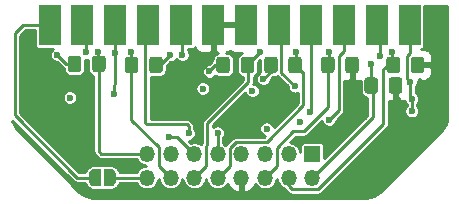
<source format=gbr>
%TF.GenerationSoftware,KiCad,Pcbnew,(5.1.6)-1*%
%TF.CreationDate,2021-02-17T18:40:25-08:00*%
%TF.ProjectId,kg-cable-asl,6b672d63-6162-46c6-952d-61736c2e6b69,rev?*%
%TF.SameCoordinates,Original*%
%TF.FileFunction,Copper,L4,Bot*%
%TF.FilePolarity,Positive*%
%FSLAX46Y46*%
G04 Gerber Fmt 4.6, Leading zero omitted, Abs format (unit mm)*
G04 Created by KiCad (PCBNEW (5.1.6)-1) date 2021-02-17 18:40:25*
%MOMM*%
%LPD*%
G01*
G04 APERTURE LIST*
%TA.AperFunction,ComponentPad*%
%ADD10O,1.350000X1.350000*%
%TD*%
%TA.AperFunction,ComponentPad*%
%ADD11R,1.350000X1.350000*%
%TD*%
%TA.AperFunction,SMDPad,CuDef*%
%ADD12C,0.100000*%
%TD*%
%TA.AperFunction,SMDPad,CuDef*%
%ADD13R,1.846667X3.480000*%
%TD*%
%TA.AperFunction,ViaPad*%
%ADD14C,0.600000*%
%TD*%
%TA.AperFunction,Conductor*%
%ADD15C,0.250000*%
%TD*%
%TA.AperFunction,Conductor*%
%ADD16C,0.254000*%
%TD*%
G04 APERTURE END LIST*
%TO.P,R7,2*%
%TO.N,/GPIO5*%
%TA.AperFunction,SMDPad,CuDef*%
G36*
G01*
X152737900Y-105950001D02*
X152737900Y-105049999D01*
G75*
G02*
X152987899Y-104800000I249999J0D01*
G01*
X153637901Y-104800000D01*
G75*
G02*
X153887900Y-105049999I0J-249999D01*
G01*
X153887900Y-105950001D01*
G75*
G02*
X153637901Y-106200000I-249999J0D01*
G01*
X152987899Y-106200000D01*
G75*
G02*
X152737900Y-105950001I0J249999D01*
G01*
G37*
%TD.AperFunction*%
%TO.P,R7,1*%
%TO.N,+5V*%
%TA.AperFunction,SMDPad,CuDef*%
G36*
G01*
X150687900Y-105950001D02*
X150687900Y-105049999D01*
G75*
G02*
X150937899Y-104800000I249999J0D01*
G01*
X151587901Y-104800000D01*
G75*
G02*
X151837900Y-105049999I0J-249999D01*
G01*
X151837900Y-105950001D01*
G75*
G02*
X151587901Y-106200000I-249999J0D01*
G01*
X150937899Y-106200000D01*
G75*
G02*
X150687900Y-105950001I0J249999D01*
G01*
G37*
%TD.AperFunction*%
%TD*%
%TO.P,R6,2*%
%TO.N,GND*%
%TA.AperFunction,SMDPad,CuDef*%
G36*
G01*
X157557900Y-105950001D02*
X157557900Y-105049999D01*
G75*
G02*
X157807899Y-104800000I249999J0D01*
G01*
X158457901Y-104800000D01*
G75*
G02*
X158707900Y-105049999I0J-249999D01*
G01*
X158707900Y-105950001D01*
G75*
G02*
X158457901Y-106200000I-249999J0D01*
G01*
X157807899Y-106200000D01*
G75*
G02*
X157557900Y-105950001I0J249999D01*
G01*
G37*
%TD.AperFunction*%
%TO.P,R6,1*%
%TO.N,/GPIO4*%
%TA.AperFunction,SMDPad,CuDef*%
G36*
G01*
X155507900Y-105950001D02*
X155507900Y-105049999D01*
G75*
G02*
X155757899Y-104800000I249999J0D01*
G01*
X156407901Y-104800000D01*
G75*
G02*
X156657900Y-105049999I0J-249999D01*
G01*
X156657900Y-105950001D01*
G75*
G02*
X156407901Y-106200000I-249999J0D01*
G01*
X155757899Y-106200000D01*
G75*
G02*
X155507900Y-105950001I0J249999D01*
G01*
G37*
%TD.AperFunction*%
%TD*%
%TO.P,R5,2*%
%TO.N,/GPIO6*%
%TA.AperFunction,SMDPad,CuDef*%
G36*
G01*
X148700000Y-105950001D02*
X148700000Y-105049999D01*
G75*
G02*
X148949999Y-104800000I249999J0D01*
G01*
X149600001Y-104800000D01*
G75*
G02*
X149850000Y-105049999I0J-249999D01*
G01*
X149850000Y-105950001D01*
G75*
G02*
X149600001Y-106200000I-249999J0D01*
G01*
X148949999Y-106200000D01*
G75*
G02*
X148700000Y-105950001I0J249999D01*
G01*
G37*
%TD.AperFunction*%
%TO.P,R5,1*%
%TO.N,+5V*%
%TA.AperFunction,SMDPad,CuDef*%
G36*
G01*
X146650000Y-105950001D02*
X146650000Y-105049999D01*
G75*
G02*
X146899999Y-104800000I249999J0D01*
G01*
X147550001Y-104800000D01*
G75*
G02*
X147800000Y-105049999I0J-249999D01*
G01*
X147800000Y-105950001D01*
G75*
G02*
X147550001Y-106200000I-249999J0D01*
G01*
X146899999Y-106200000D01*
G75*
G02*
X146650000Y-105950001I0J249999D01*
G01*
G37*
%TD.AperFunction*%
%TD*%
%TO.P,R4,2*%
%TO.N,GND*%
%TA.AperFunction,SMDPad,CuDef*%
G36*
G01*
X161241000Y-107700001D02*
X161241000Y-106799999D01*
G75*
G02*
X161490999Y-106550000I249999J0D01*
G01*
X162141001Y-106550000D01*
G75*
G02*
X162391000Y-106799999I0J-249999D01*
G01*
X162391000Y-107700001D01*
G75*
G02*
X162141001Y-107950000I-249999J0D01*
G01*
X161490999Y-107950000D01*
G75*
G02*
X161241000Y-107700001I0J249999D01*
G01*
G37*
%TD.AperFunction*%
%TO.P,R4,1*%
%TO.N,/GPIO2*%
%TA.AperFunction,SMDPad,CuDef*%
G36*
G01*
X159191000Y-107700001D02*
X159191000Y-106799999D01*
G75*
G02*
X159440999Y-106550000I249999J0D01*
G01*
X160091001Y-106550000D01*
G75*
G02*
X160341000Y-106799999I0J-249999D01*
G01*
X160341000Y-107700001D01*
G75*
G02*
X160091001Y-107950000I-249999J0D01*
G01*
X159440999Y-107950000D01*
G75*
G02*
X159191000Y-107700001I0J249999D01*
G01*
G37*
%TD.AperFunction*%
%TD*%
%TO.P,R3,2*%
%TO.N,/GPIO7*%
%TA.AperFunction,SMDPad,CuDef*%
G36*
G01*
X140050000Y-105049999D02*
X140050000Y-105950001D01*
G75*
G02*
X139800001Y-106200000I-249999J0D01*
G01*
X139149999Y-106200000D01*
G75*
G02*
X138900000Y-105950001I0J249999D01*
G01*
X138900000Y-105049999D01*
G75*
G02*
X139149999Y-104800000I249999J0D01*
G01*
X139800001Y-104800000D01*
G75*
G02*
X140050000Y-105049999I0J-249999D01*
G01*
G37*
%TD.AperFunction*%
%TO.P,R3,1*%
%TO.N,+5V*%
%TA.AperFunction,SMDPad,CuDef*%
G36*
G01*
X142100000Y-105049999D02*
X142100000Y-105950001D01*
G75*
G02*
X141850001Y-106200000I-249999J0D01*
G01*
X141199999Y-106200000D01*
G75*
G02*
X140950000Y-105950001I0J249999D01*
G01*
X140950000Y-105049999D01*
G75*
G02*
X141199999Y-104800000I249999J0D01*
G01*
X141850001Y-104800000D01*
G75*
G02*
X142100000Y-105049999I0J-249999D01*
G01*
G37*
%TD.AperFunction*%
%TD*%
%TO.P,R2,2*%
%TO.N,GND*%
%TA.AperFunction,SMDPad,CuDef*%
G36*
G01*
X163097900Y-105950001D02*
X163097900Y-105049999D01*
G75*
G02*
X163347899Y-104800000I249999J0D01*
G01*
X163997901Y-104800000D01*
G75*
G02*
X164247900Y-105049999I0J-249999D01*
G01*
X164247900Y-105950001D01*
G75*
G02*
X163997901Y-106200000I-249999J0D01*
G01*
X163347899Y-106200000D01*
G75*
G02*
X163097900Y-105950001I0J249999D01*
G01*
G37*
%TD.AperFunction*%
%TO.P,R2,1*%
%TO.N,/GPIO1*%
%TA.AperFunction,SMDPad,CuDef*%
G36*
G01*
X161047900Y-105950001D02*
X161047900Y-105049999D01*
G75*
G02*
X161297899Y-104800000I249999J0D01*
G01*
X161947901Y-104800000D01*
G75*
G02*
X162197900Y-105049999I0J-249999D01*
G01*
X162197900Y-105950001D01*
G75*
G02*
X161947901Y-106200000I-249999J0D01*
G01*
X161297899Y-106200000D01*
G75*
G02*
X161047900Y-105950001I0J249999D01*
G01*
G37*
%TD.AperFunction*%
%TD*%
%TO.P,R1,2*%
%TO.N,/GPIO8*%
%TA.AperFunction,SMDPad,CuDef*%
G36*
G01*
X136117900Y-105860001D02*
X136117900Y-104959999D01*
G75*
G02*
X136367899Y-104710000I249999J0D01*
G01*
X137017901Y-104710000D01*
G75*
G02*
X137267900Y-104959999I0J-249999D01*
G01*
X137267900Y-105860001D01*
G75*
G02*
X137017901Y-106110000I-249999J0D01*
G01*
X136367899Y-106110000D01*
G75*
G02*
X136117900Y-105860001I0J249999D01*
G01*
G37*
%TD.AperFunction*%
%TO.P,R1,1*%
%TO.N,+5V*%
%TA.AperFunction,SMDPad,CuDef*%
G36*
G01*
X134067900Y-105860001D02*
X134067900Y-104959999D01*
G75*
G02*
X134317899Y-104710000I249999J0D01*
G01*
X134967901Y-104710000D01*
G75*
G02*
X135217900Y-104959999I0J-249999D01*
G01*
X135217900Y-105860001D01*
G75*
G02*
X134967901Y-106110000I-249999J0D01*
G01*
X134317899Y-106110000D01*
G75*
G02*
X134067900Y-105860001I0J249999D01*
G01*
G37*
%TD.AperFunction*%
%TD*%
D10*
%TO.P,J1,16*%
%TO.N,+12V*%
X140772900Y-115030000D03*
%TO.P,J1,15*%
%TO.N,/GPIO8*%
X140772900Y-113030000D03*
%TO.P,J1,14*%
%TO.N,/GPIO7*%
X142772900Y-115030000D03*
%TO.P,J1,13*%
%TO.N,/MIC*%
X142772900Y-113030000D03*
%TO.P,J1,12*%
%TO.N,/GPIO6*%
X144772900Y-115030000D03*
%TO.P,J1,11*%
%TO.N,/AUDIO_OUT*%
X144772900Y-113030000D03*
%TO.P,J1,10*%
%TO.N,/GPIO5*%
X146772900Y-115030000D03*
%TO.P,J1,9*%
%TO.N,/COR_DET*%
X146772900Y-113030000D03*
%TO.P,J1,8*%
%TO.N,GND*%
X148772900Y-115030000D03*
%TO.P,J1,7*%
%TO.N,/LEFT_OUT*%
X148772900Y-113030000D03*
%TO.P,J1,6*%
%TO.N,/GPIO4*%
X150772900Y-115030000D03*
%TO.P,J1,5*%
%TO.N,/CTCSS_DET*%
X150772900Y-113030000D03*
%TO.P,J1,4*%
%TO.N,/GPIO1*%
X152772900Y-115030000D03*
%TO.P,J1,3*%
%TO.N,+5V*%
X152772900Y-113030000D03*
%TO.P,J1,2*%
%TO.N,/GPIO2*%
X154772900Y-115030000D03*
D11*
%TO.P,J1,1*%
%TO.N,/PTT*%
X154772900Y-113030000D03*
%TD*%
%TA.AperFunction,SMDPad,CuDef*%
D12*
%TO.P,JP7,2*%
%TO.N,/VDD_6DB*%
G36*
X136350000Y-115779398D02*
G01*
X136325466Y-115779398D01*
X136276635Y-115774588D01*
X136228510Y-115765016D01*
X136181555Y-115750772D01*
X136136222Y-115731995D01*
X136092949Y-115708864D01*
X136052150Y-115681604D01*
X136014221Y-115650476D01*
X135979524Y-115615779D01*
X135948396Y-115577850D01*
X135921136Y-115537051D01*
X135898005Y-115493778D01*
X135879228Y-115448445D01*
X135864984Y-115401490D01*
X135855412Y-115353365D01*
X135850602Y-115304534D01*
X135850602Y-115280000D01*
X135850000Y-115280000D01*
X135850000Y-114780000D01*
X135850602Y-114780000D01*
X135850602Y-114755466D01*
X135855412Y-114706635D01*
X135864984Y-114658510D01*
X135879228Y-114611555D01*
X135898005Y-114566222D01*
X135921136Y-114522949D01*
X135948396Y-114482150D01*
X135979524Y-114444221D01*
X136014221Y-114409524D01*
X136052150Y-114378396D01*
X136092949Y-114351136D01*
X136136222Y-114328005D01*
X136181555Y-114309228D01*
X136228510Y-114294984D01*
X136276635Y-114285412D01*
X136325466Y-114280602D01*
X136350000Y-114280602D01*
X136350000Y-114280000D01*
X136850000Y-114280000D01*
X136850000Y-115780000D01*
X136350000Y-115780000D01*
X136350000Y-115779398D01*
G37*
%TD.AperFunction*%
%TA.AperFunction,SMDPad,CuDef*%
%TO.P,JP7,1*%
%TO.N,+12V*%
G36*
X137150000Y-114280000D02*
G01*
X137650000Y-114280000D01*
X137650000Y-114280602D01*
X137674534Y-114280602D01*
X137723365Y-114285412D01*
X137771490Y-114294984D01*
X137818445Y-114309228D01*
X137863778Y-114328005D01*
X137907051Y-114351136D01*
X137947850Y-114378396D01*
X137985779Y-114409524D01*
X138020476Y-114444221D01*
X138051604Y-114482150D01*
X138078864Y-114522949D01*
X138101995Y-114566222D01*
X138120772Y-114611555D01*
X138135016Y-114658510D01*
X138144588Y-114706635D01*
X138149398Y-114755466D01*
X138149398Y-114780000D01*
X138150000Y-114780000D01*
X138150000Y-115280000D01*
X138149398Y-115280000D01*
X138149398Y-115304534D01*
X138144588Y-115353365D01*
X138135016Y-115401490D01*
X138120772Y-115448445D01*
X138101995Y-115493778D01*
X138078864Y-115537051D01*
X138051604Y-115577850D01*
X138020476Y-115615779D01*
X137985779Y-115650476D01*
X137947850Y-115681604D01*
X137907051Y-115708864D01*
X137863778Y-115731995D01*
X137818445Y-115750772D01*
X137771490Y-115765016D01*
X137723365Y-115774588D01*
X137674534Y-115779398D01*
X137650000Y-115779398D01*
X137650000Y-115780000D01*
X137150000Y-115780000D01*
X137150000Y-114280000D01*
G37*
%TD.AperFunction*%
%TD*%
D13*
%TO.P,J2,25*%
%TO.N,/VDD_6DB*%
X132537900Y-102108000D03*
%TO.P,J2,24*%
%TO.N,/AIN_6DB*%
X135307900Y-102108000D03*
%TO.P,J2,23*%
%TO.N,/RIGHT_OUT*%
X138077900Y-102108000D03*
%TO.P,J2,22*%
%TO.N,/LEFT_OUT*%
X140847900Y-102108000D03*
%TO.P,J2,21*%
%TO.N,/MIC_AC*%
X143617900Y-102108000D03*
%TO.P,J2,20*%
%TO.N,GND*%
X146387900Y-102108000D03*
%TO.P,J2,19*%
X149157900Y-102108000D03*
%TO.P,J2,18*%
%TO.N,/EEP_DO*%
X151927900Y-102108000D03*
%TO.P,J2,17*%
%TO.N,/EEP_DI*%
X154697900Y-102108000D03*
%TO.P,J2,16*%
%TO.N,/EEP_CK*%
X157467900Y-102108000D03*
%TO.P,J2,15*%
%TO.N,/EEP_CS*%
X160237900Y-102108000D03*
%TO.P,J2,14*%
%TO.N,+5V*%
X163007900Y-102108000D03*
%TD*%
D14*
%TO.N,GND*%
X130302000Y-105156000D03*
X130302000Y-106172000D03*
X131318000Y-106172000D03*
X131318000Y-105156000D03*
X148500000Y-106700000D03*
%TO.N,+5V*%
X153718961Y-110368794D03*
%TO.N,GND*%
X162000000Y-108500000D03*
X136000000Y-110250000D03*
X158200000Y-106900000D03*
X150900000Y-108400000D03*
X152100000Y-107600000D03*
%TO.N,+5V*%
X163068000Y-106934000D03*
X150622000Y-106680000D03*
X142752667Y-104652538D03*
X133197900Y-104648000D03*
X146050000Y-106045000D03*
X149700000Y-107700000D03*
X145500000Y-107500000D03*
X163200000Y-108400000D03*
X163200000Y-109400000D03*
X150900000Y-110900000D03*
%TO.N,/AIN_6DB*%
X135643264Y-104434558D03*
%TO.N,/RIGHT_OUT*%
X138100000Y-104500000D03*
X134250000Y-108262000D03*
X138000000Y-107999998D03*
%TO.N,/LEFT_OUT*%
X144300000Y-111300000D03*
%TO.N,/MIC_AC*%
X143764000Y-104648000D03*
%TO.N,/EEP_DO*%
X153300000Y-107300000D03*
%TO.N,/EEP_DI*%
X154564810Y-109509871D03*
%TO.N,/EEP_CK*%
X156201091Y-110124228D03*
%TO.N,/EEP_CS*%
X160500000Y-104700000D03*
%TO.N,/GPIO8*%
X136652000Y-104394000D03*
%TO.N,/GPIO7*%
X139446000Y-104394000D03*
%TO.N,/COR_DET*%
X146750000Y-111250000D03*
%TO.N,/GPIO6*%
X150368000Y-104394000D03*
%TO.N,/GPIO5*%
X153416000Y-104394000D03*
%TO.N,/GPIO4*%
X156210000Y-104394000D03*
%TO.N,/GPIO2*%
X159766000Y-105410000D03*
%TO.N,/GPIO1*%
X161544000Y-104394000D03*
%TO.N,/AUDIO_OUT*%
X142600000Y-111600000D03*
%TD*%
D15*
%TO.N,GND*%
X130302000Y-105156000D02*
X130302000Y-106172000D01*
X131318000Y-106172000D02*
X131318000Y-105156000D01*
X146387900Y-102108000D02*
X149157900Y-102108000D01*
X148460990Y-102804910D02*
X149157900Y-102108000D01*
X148460990Y-106267309D02*
X148460990Y-106660990D01*
X148460990Y-106660990D02*
X148500000Y-106700000D01*
X161816000Y-107250000D02*
X161816000Y-108316000D01*
X161816000Y-108316000D02*
X162000000Y-108500000D01*
%TO.N,+5V*%
X162827990Y-106693990D02*
X163068000Y-106934000D01*
X163007900Y-102108000D02*
X162827990Y-102287910D01*
X151318000Y-105537000D02*
X151318000Y-105984000D01*
X151318000Y-105984000D02*
X150622000Y-106680000D01*
X141512900Y-105410000D02*
X141995205Y-105410000D01*
X141995205Y-105410000D02*
X142752667Y-104652538D01*
X134642900Y-105410000D02*
X133959900Y-105410000D01*
X133959900Y-105410000D02*
X133197900Y-104648000D01*
X147311000Y-105537000D02*
X146558000Y-105537000D01*
X146558000Y-105537000D02*
X146050000Y-106045000D01*
X163068000Y-106934000D02*
X163068000Y-108268000D01*
X163068000Y-108268000D02*
X163200000Y-108400000D01*
X163200000Y-108400000D02*
X163200000Y-109400000D01*
X162768001Y-106634001D02*
X162768001Y-104731999D01*
X163068000Y-106934000D02*
X162768001Y-106634001D01*
X163007900Y-104492100D02*
X163007900Y-102108000D01*
X162768001Y-104731999D02*
X163007900Y-104492100D01*
%TO.N,+12V*%
X140772900Y-115030000D02*
X137650000Y-115030000D01*
%TO.N,/AIN_6DB*%
X135643264Y-102443364D02*
X135307900Y-102108000D01*
X135643264Y-104434558D02*
X135643264Y-102443364D01*
%TO.N,/RIGHT_OUT*%
X138077900Y-102108000D02*
X138077900Y-104477900D01*
X138077900Y-104477900D02*
X138100000Y-104500000D01*
X138000000Y-107999998D02*
X138000000Y-107200000D01*
X138100000Y-107100000D02*
X138100000Y-104500000D01*
X138000000Y-107200000D02*
X138100000Y-107100000D01*
%TO.N,/LEFT_OUT*%
X140624990Y-102330910D02*
X140847900Y-102108000D01*
X140624990Y-110374990D02*
X140624990Y-102330910D01*
X144300000Y-111300000D02*
X144300000Y-110700000D01*
X144125000Y-110525000D02*
X140775000Y-110525000D01*
X144300000Y-110700000D02*
X144125000Y-110525000D01*
X140775000Y-110525000D02*
X140624990Y-110374990D01*
%TO.N,/MIC_AC*%
X143764000Y-102254100D02*
X143617900Y-102108000D01*
X143764000Y-104648000D02*
X143764000Y-102254100D01*
%TO.N,/EEP_DO*%
X152162910Y-106162910D02*
X153300000Y-107300000D01*
X152162910Y-102343010D02*
X152162910Y-106162910D01*
X151927900Y-102108000D02*
X152162910Y-102343010D01*
%TO.N,/EEP_DI*%
X154697900Y-102108000D02*
X154697900Y-109376781D01*
X154697900Y-109376781D02*
X154564810Y-109509871D01*
%TO.N,/EEP_CK*%
X157467900Y-104282100D02*
X157467900Y-102108000D01*
X157038010Y-104711990D02*
X157467900Y-104282100D01*
X156201091Y-110124228D02*
X157038010Y-109287309D01*
X157038010Y-109287309D02*
X157038010Y-104711990D01*
%TO.N,/EEP_CS*%
X160500000Y-102370100D02*
X160237900Y-102108000D01*
X160500000Y-104700000D02*
X160500000Y-102370100D01*
%TO.N,/GPIO8*%
X136652000Y-105369100D02*
X136692900Y-105410000D01*
X136652000Y-104394000D02*
X136652000Y-105369100D01*
X140772900Y-113030000D02*
X136915800Y-113030000D01*
X136915800Y-113030000D02*
X136692900Y-112807100D01*
X136692900Y-105410000D02*
X136692900Y-112807100D01*
%TO.N,/GPIO7*%
X139446000Y-110134163D02*
X139446000Y-104818264D01*
X139446000Y-104818264D02*
X139446000Y-104394000D01*
X141772900Y-114030000D02*
X141772900Y-112461063D01*
X142772900Y-115030000D02*
X141772900Y-114030000D01*
X141772900Y-112461063D02*
X139446000Y-110134163D01*
%TO.N,/COR_DET*%
X146750000Y-113007100D02*
X146772900Y-113030000D01*
X146750000Y-111250000D02*
X146750000Y-113007100D01*
%TO.N,/GPIO6*%
X150368000Y-104394000D02*
X149361000Y-105401000D01*
X145772900Y-112362424D02*
X145772900Y-114030000D01*
X145772900Y-114030000D02*
X144772900Y-115030000D01*
X145877838Y-110422162D02*
X145877838Y-112257486D01*
X145877838Y-112257486D02*
X145772900Y-112362424D01*
X149361000Y-105401000D02*
X149361000Y-106939000D01*
X149361000Y-106939000D02*
X145877838Y-110422162D01*
%TO.N,/GPIO5*%
X153368000Y-105537000D02*
X153368000Y-104442000D01*
X153368000Y-104442000D02*
X153416000Y-104394000D01*
%TO.N,/GPIO2*%
X159766000Y-107578000D02*
X159884000Y-107696000D01*
X159766000Y-105410000D02*
X159766000Y-107578000D01*
%TO.N,/GPIO5*%
X147772900Y-114030000D02*
X146772900Y-115030000D01*
X153368000Y-105537000D02*
X154025001Y-106194001D01*
X154025001Y-108901997D02*
X150896999Y-112029999D01*
X147772900Y-112549998D02*
X147772900Y-114030000D01*
X148292899Y-112029999D02*
X147772900Y-112549998D01*
X150896999Y-112029999D02*
X148292899Y-112029999D01*
X154025001Y-106194001D02*
X154025001Y-108901997D01*
%TO.N,/GPIO4*%
X151772900Y-114030000D02*
X150772900Y-115030000D01*
X151772900Y-112527100D02*
X151772900Y-114030000D01*
X156210000Y-105465000D02*
X156138000Y-105537000D01*
X153169622Y-111130378D02*
X151772900Y-112527100D01*
X156210000Y-104394000D02*
X156210000Y-105465000D01*
X156138000Y-105537000D02*
X156138000Y-109022757D01*
X156138000Y-109022757D02*
X154030378Y-111130378D01*
X154030378Y-111130378D02*
X153169622Y-111130378D01*
%TO.N,/GPIO2*%
X159501450Y-110298550D02*
X159884000Y-109916000D01*
X159501450Y-110301450D02*
X159501450Y-110298550D01*
X159501450Y-110301450D02*
X154772900Y-115030000D01*
X159884000Y-107696000D02*
X159884000Y-109916000D01*
%TO.N,/GPIO1*%
X152772900Y-115772900D02*
X152772900Y-115030000D01*
X153035999Y-116035999D02*
X152772900Y-115772900D01*
X161544000Y-105403000D02*
X161237000Y-105403000D01*
X161544000Y-104394000D02*
X161544000Y-105403000D01*
X161237000Y-105403000D02*
X160784010Y-105855990D01*
X155235999Y-116035999D02*
X153035999Y-116035999D01*
X160784010Y-105855990D02*
X160784010Y-110487990D01*
X160784010Y-110487990D02*
X155235999Y-116035999D01*
%TO.N,/AUDIO_OUT*%
X143667910Y-111925010D02*
X144772900Y-113030000D01*
X143342900Y-111600000D02*
X143667910Y-111925010D01*
X142600000Y-111600000D02*
X143342900Y-111600000D01*
%TO.N,/VDD_6DB*%
X129576999Y-109764999D02*
X129576999Y-102833001D01*
X130302000Y-102108000D02*
X132537900Y-102108000D01*
X129576999Y-102833001D02*
X130302000Y-102108000D01*
X136350000Y-115030000D02*
X134842000Y-115030000D01*
X134842000Y-115030000D02*
X129576999Y-109764999D01*
%TD*%
D16*
%TO.N,GND*%
G36*
X166195604Y-109890952D02*
G01*
X166163585Y-110216978D01*
X166074924Y-110510472D01*
X165930942Y-110781159D01*
X165723927Y-111034904D01*
X160501203Y-116257529D01*
X160248214Y-116465337D01*
X159978010Y-116610220D01*
X159684812Y-116699859D01*
X159359545Y-116732899D01*
X136192750Y-116729403D01*
X135866735Y-116697388D01*
X135573233Y-116608726D01*
X135302552Y-116464749D01*
X135049317Y-116258153D01*
X129828507Y-111039931D01*
X129620174Y-110786427D01*
X129475227Y-110516259D01*
X129385517Y-110223083D01*
X129384345Y-110211568D01*
X134506681Y-115333905D01*
X134520841Y-115351159D01*
X134589667Y-115407643D01*
X134645689Y-115437587D01*
X134668190Y-115449614D01*
X134753392Y-115475460D01*
X134842000Y-115484187D01*
X134864205Y-115482000D01*
X135547821Y-115482000D01*
X135549262Y-115489245D01*
X135567959Y-115550883D01*
X135605468Y-115641439D01*
X135635833Y-115698249D01*
X135690289Y-115779748D01*
X135731152Y-115829540D01*
X135800460Y-115898848D01*
X135850252Y-115939711D01*
X135931751Y-115994167D01*
X135988561Y-116024532D01*
X136079117Y-116062041D01*
X136140755Y-116080738D01*
X136236888Y-116099860D01*
X136300991Y-116106174D01*
X136325553Y-116106174D01*
X136350000Y-116108582D01*
X136850000Y-116108582D01*
X136914103Y-116102268D01*
X136975743Y-116083570D01*
X137000000Y-116070604D01*
X137024257Y-116083570D01*
X137085897Y-116102268D01*
X137150000Y-116108582D01*
X137650000Y-116108582D01*
X137674447Y-116106174D01*
X137699009Y-116106174D01*
X137763112Y-116099860D01*
X137859245Y-116080738D01*
X137920883Y-116062041D01*
X138011439Y-116024532D01*
X138068249Y-115994167D01*
X138149748Y-115939711D01*
X138199540Y-115898848D01*
X138268848Y-115829540D01*
X138309711Y-115779748D01*
X138364167Y-115698249D01*
X138394532Y-115641439D01*
X138432041Y-115550883D01*
X138450738Y-115489245D01*
X138452179Y-115482000D01*
X139875568Y-115482000D01*
X139884939Y-115504625D01*
X139994596Y-115668738D01*
X140134162Y-115808304D01*
X140298275Y-115917961D01*
X140480627Y-115993493D01*
X140674212Y-116032000D01*
X140871588Y-116032000D01*
X141065173Y-115993493D01*
X141247525Y-115917961D01*
X141411638Y-115808304D01*
X141551204Y-115668738D01*
X141660861Y-115504625D01*
X141736393Y-115322273D01*
X141772900Y-115138743D01*
X141809407Y-115322273D01*
X141884939Y-115504625D01*
X141994596Y-115668738D01*
X142134162Y-115808304D01*
X142298275Y-115917961D01*
X142480627Y-115993493D01*
X142674212Y-116032000D01*
X142871588Y-116032000D01*
X143065173Y-115993493D01*
X143247525Y-115917961D01*
X143411638Y-115808304D01*
X143551204Y-115668738D01*
X143660861Y-115504625D01*
X143736393Y-115322273D01*
X143772900Y-115138743D01*
X143809407Y-115322273D01*
X143884939Y-115504625D01*
X143994596Y-115668738D01*
X144134162Y-115808304D01*
X144298275Y-115917961D01*
X144480627Y-115993493D01*
X144674212Y-116032000D01*
X144871588Y-116032000D01*
X145065173Y-115993493D01*
X145247525Y-115917961D01*
X145411638Y-115808304D01*
X145551204Y-115668738D01*
X145660861Y-115504625D01*
X145736393Y-115322273D01*
X145772900Y-115138743D01*
X145809407Y-115322273D01*
X145884939Y-115504625D01*
X145994596Y-115668738D01*
X146134162Y-115808304D01*
X146298275Y-115917961D01*
X146480627Y-115993493D01*
X146674212Y-116032000D01*
X146871588Y-116032000D01*
X147065173Y-115993493D01*
X147247525Y-115917961D01*
X147411638Y-115808304D01*
X147551204Y-115668738D01*
X147595157Y-115602958D01*
X147727556Y-115819537D01*
X147901673Y-116008303D01*
X148109271Y-116159473D01*
X148342372Y-116267238D01*
X148443500Y-116297910D01*
X148645900Y-116174224D01*
X148645900Y-115157000D01*
X148625900Y-115157000D01*
X148625900Y-114903000D01*
X148645900Y-114903000D01*
X148645900Y-114883000D01*
X148899900Y-114883000D01*
X148899900Y-114903000D01*
X148919900Y-114903000D01*
X148919900Y-115157000D01*
X148899900Y-115157000D01*
X148899900Y-116174224D01*
X149102300Y-116297910D01*
X149203428Y-116267238D01*
X149436529Y-116159473D01*
X149644127Y-116008303D01*
X149818244Y-115819537D01*
X149950643Y-115602958D01*
X149994596Y-115668738D01*
X150134162Y-115808304D01*
X150298275Y-115917961D01*
X150480627Y-115993493D01*
X150674212Y-116032000D01*
X150871588Y-116032000D01*
X151065173Y-115993493D01*
X151247525Y-115917961D01*
X151411638Y-115808304D01*
X151551204Y-115668738D01*
X151660861Y-115504625D01*
X151736393Y-115322273D01*
X151772900Y-115138743D01*
X151809407Y-115322273D01*
X151884939Y-115504625D01*
X151994596Y-115668738D01*
X152134162Y-115808304D01*
X152298275Y-115917961D01*
X152351218Y-115939890D01*
X152353286Y-115946709D01*
X152395257Y-116025232D01*
X152451741Y-116094059D01*
X152469000Y-116108223D01*
X152700680Y-116339904D01*
X152714840Y-116357158D01*
X152783666Y-116413642D01*
X152838165Y-116442772D01*
X152862189Y-116455613D01*
X152947391Y-116481459D01*
X153035998Y-116490186D01*
X153058203Y-116487999D01*
X155213794Y-116487999D01*
X155235999Y-116490186D01*
X155258204Y-116487999D01*
X155324606Y-116481459D01*
X155409809Y-116455613D01*
X155488332Y-116413642D01*
X155557158Y-116357158D01*
X155571322Y-116339899D01*
X161087921Y-110823304D01*
X161105169Y-110809149D01*
X161161653Y-110740323D01*
X161203624Y-110661800D01*
X161212574Y-110632297D01*
X161229470Y-110576598D01*
X161238197Y-110487991D01*
X161236010Y-110465786D01*
X161236010Y-108587581D01*
X161241000Y-108588072D01*
X161530250Y-108585000D01*
X161689000Y-108426250D01*
X161689000Y-107377000D01*
X161669000Y-107377000D01*
X161669000Y-107123000D01*
X161689000Y-107123000D01*
X161689000Y-107103000D01*
X161943000Y-107103000D01*
X161943000Y-107123000D01*
X161963000Y-107123000D01*
X161963000Y-107377000D01*
X161943000Y-107377000D01*
X161943000Y-108426250D01*
X162101750Y-108585000D01*
X162391000Y-108588072D01*
X162515482Y-108575812D01*
X162591123Y-108552866D01*
X162597095Y-108582889D01*
X162644360Y-108696996D01*
X162712977Y-108799689D01*
X162748000Y-108834712D01*
X162748001Y-108965287D01*
X162712977Y-109000311D01*
X162644360Y-109103004D01*
X162597095Y-109217111D01*
X162573000Y-109338246D01*
X162573000Y-109461754D01*
X162597095Y-109582889D01*
X162644360Y-109696996D01*
X162712977Y-109799689D01*
X162800311Y-109887023D01*
X162903004Y-109955640D01*
X163017111Y-110002905D01*
X163138246Y-110027000D01*
X163261754Y-110027000D01*
X163382889Y-110002905D01*
X163496996Y-109955640D01*
X163599689Y-109887023D01*
X163687023Y-109799689D01*
X163755640Y-109696996D01*
X163802905Y-109582889D01*
X163827000Y-109461754D01*
X163827000Y-109338246D01*
X163802905Y-109217111D01*
X163755640Y-109103004D01*
X163687023Y-109000311D01*
X163652000Y-108965288D01*
X163652000Y-108834712D01*
X163687023Y-108799689D01*
X163755640Y-108696996D01*
X163802905Y-108582889D01*
X163827000Y-108461754D01*
X163827000Y-108338246D01*
X163802905Y-108217111D01*
X163755640Y-108103004D01*
X163687023Y-108000311D01*
X163599689Y-107912977D01*
X163520000Y-107859731D01*
X163520000Y-107368712D01*
X163555023Y-107333689D01*
X163623640Y-107230996D01*
X163670905Y-107116889D01*
X163695000Y-106995754D01*
X163695000Y-106872246D01*
X163687591Y-106835000D01*
X163799902Y-106835000D01*
X163799902Y-106676252D01*
X163958650Y-106835000D01*
X164247900Y-106838072D01*
X164372382Y-106825812D01*
X164492080Y-106789502D01*
X164602394Y-106730537D01*
X164699085Y-106651185D01*
X164778437Y-106554494D01*
X164837402Y-106444180D01*
X164873712Y-106324482D01*
X164885972Y-106200000D01*
X164882900Y-105785750D01*
X164724150Y-105627000D01*
X163799900Y-105627000D01*
X163799900Y-105647000D01*
X163545900Y-105647000D01*
X163545900Y-105627000D01*
X163525900Y-105627000D01*
X163525900Y-105373000D01*
X163545900Y-105373000D01*
X163545900Y-105353000D01*
X163799900Y-105353000D01*
X163799900Y-105373000D01*
X164724150Y-105373000D01*
X164882900Y-105214250D01*
X164885972Y-104800000D01*
X164873712Y-104675518D01*
X164837402Y-104555820D01*
X164778437Y-104445506D01*
X164699085Y-104348815D01*
X164602394Y-104269463D01*
X164492080Y-104210498D01*
X164372382Y-104174188D01*
X164247900Y-104161928D01*
X164014664Y-104164405D01*
X164056976Y-104151570D01*
X164113783Y-104121206D01*
X164163576Y-104080343D01*
X164204439Y-104030550D01*
X164234803Y-103973743D01*
X164253501Y-103912103D01*
X164259815Y-103848000D01*
X164259815Y-100503000D01*
X166196939Y-100503000D01*
X166195604Y-109890952D01*
G37*
X166195604Y-109890952D02*
X166163585Y-110216978D01*
X166074924Y-110510472D01*
X165930942Y-110781159D01*
X165723927Y-111034904D01*
X160501203Y-116257529D01*
X160248214Y-116465337D01*
X159978010Y-116610220D01*
X159684812Y-116699859D01*
X159359545Y-116732899D01*
X136192750Y-116729403D01*
X135866735Y-116697388D01*
X135573233Y-116608726D01*
X135302552Y-116464749D01*
X135049317Y-116258153D01*
X129828507Y-111039931D01*
X129620174Y-110786427D01*
X129475227Y-110516259D01*
X129385517Y-110223083D01*
X129384345Y-110211568D01*
X134506681Y-115333905D01*
X134520841Y-115351159D01*
X134589667Y-115407643D01*
X134645689Y-115437587D01*
X134668190Y-115449614D01*
X134753392Y-115475460D01*
X134842000Y-115484187D01*
X134864205Y-115482000D01*
X135547821Y-115482000D01*
X135549262Y-115489245D01*
X135567959Y-115550883D01*
X135605468Y-115641439D01*
X135635833Y-115698249D01*
X135690289Y-115779748D01*
X135731152Y-115829540D01*
X135800460Y-115898848D01*
X135850252Y-115939711D01*
X135931751Y-115994167D01*
X135988561Y-116024532D01*
X136079117Y-116062041D01*
X136140755Y-116080738D01*
X136236888Y-116099860D01*
X136300991Y-116106174D01*
X136325553Y-116106174D01*
X136350000Y-116108582D01*
X136850000Y-116108582D01*
X136914103Y-116102268D01*
X136975743Y-116083570D01*
X137000000Y-116070604D01*
X137024257Y-116083570D01*
X137085897Y-116102268D01*
X137150000Y-116108582D01*
X137650000Y-116108582D01*
X137674447Y-116106174D01*
X137699009Y-116106174D01*
X137763112Y-116099860D01*
X137859245Y-116080738D01*
X137920883Y-116062041D01*
X138011439Y-116024532D01*
X138068249Y-115994167D01*
X138149748Y-115939711D01*
X138199540Y-115898848D01*
X138268848Y-115829540D01*
X138309711Y-115779748D01*
X138364167Y-115698249D01*
X138394532Y-115641439D01*
X138432041Y-115550883D01*
X138450738Y-115489245D01*
X138452179Y-115482000D01*
X139875568Y-115482000D01*
X139884939Y-115504625D01*
X139994596Y-115668738D01*
X140134162Y-115808304D01*
X140298275Y-115917961D01*
X140480627Y-115993493D01*
X140674212Y-116032000D01*
X140871588Y-116032000D01*
X141065173Y-115993493D01*
X141247525Y-115917961D01*
X141411638Y-115808304D01*
X141551204Y-115668738D01*
X141660861Y-115504625D01*
X141736393Y-115322273D01*
X141772900Y-115138743D01*
X141809407Y-115322273D01*
X141884939Y-115504625D01*
X141994596Y-115668738D01*
X142134162Y-115808304D01*
X142298275Y-115917961D01*
X142480627Y-115993493D01*
X142674212Y-116032000D01*
X142871588Y-116032000D01*
X143065173Y-115993493D01*
X143247525Y-115917961D01*
X143411638Y-115808304D01*
X143551204Y-115668738D01*
X143660861Y-115504625D01*
X143736393Y-115322273D01*
X143772900Y-115138743D01*
X143809407Y-115322273D01*
X143884939Y-115504625D01*
X143994596Y-115668738D01*
X144134162Y-115808304D01*
X144298275Y-115917961D01*
X144480627Y-115993493D01*
X144674212Y-116032000D01*
X144871588Y-116032000D01*
X145065173Y-115993493D01*
X145247525Y-115917961D01*
X145411638Y-115808304D01*
X145551204Y-115668738D01*
X145660861Y-115504625D01*
X145736393Y-115322273D01*
X145772900Y-115138743D01*
X145809407Y-115322273D01*
X145884939Y-115504625D01*
X145994596Y-115668738D01*
X146134162Y-115808304D01*
X146298275Y-115917961D01*
X146480627Y-115993493D01*
X146674212Y-116032000D01*
X146871588Y-116032000D01*
X147065173Y-115993493D01*
X147247525Y-115917961D01*
X147411638Y-115808304D01*
X147551204Y-115668738D01*
X147595157Y-115602958D01*
X147727556Y-115819537D01*
X147901673Y-116008303D01*
X148109271Y-116159473D01*
X148342372Y-116267238D01*
X148443500Y-116297910D01*
X148645900Y-116174224D01*
X148645900Y-115157000D01*
X148625900Y-115157000D01*
X148625900Y-114903000D01*
X148645900Y-114903000D01*
X148645900Y-114883000D01*
X148899900Y-114883000D01*
X148899900Y-114903000D01*
X148919900Y-114903000D01*
X148919900Y-115157000D01*
X148899900Y-115157000D01*
X148899900Y-116174224D01*
X149102300Y-116297910D01*
X149203428Y-116267238D01*
X149436529Y-116159473D01*
X149644127Y-116008303D01*
X149818244Y-115819537D01*
X149950643Y-115602958D01*
X149994596Y-115668738D01*
X150134162Y-115808304D01*
X150298275Y-115917961D01*
X150480627Y-115993493D01*
X150674212Y-116032000D01*
X150871588Y-116032000D01*
X151065173Y-115993493D01*
X151247525Y-115917961D01*
X151411638Y-115808304D01*
X151551204Y-115668738D01*
X151660861Y-115504625D01*
X151736393Y-115322273D01*
X151772900Y-115138743D01*
X151809407Y-115322273D01*
X151884939Y-115504625D01*
X151994596Y-115668738D01*
X152134162Y-115808304D01*
X152298275Y-115917961D01*
X152351218Y-115939890D01*
X152353286Y-115946709D01*
X152395257Y-116025232D01*
X152451741Y-116094059D01*
X152469000Y-116108223D01*
X152700680Y-116339904D01*
X152714840Y-116357158D01*
X152783666Y-116413642D01*
X152838165Y-116442772D01*
X152862189Y-116455613D01*
X152947391Y-116481459D01*
X153035998Y-116490186D01*
X153058203Y-116487999D01*
X155213794Y-116487999D01*
X155235999Y-116490186D01*
X155258204Y-116487999D01*
X155324606Y-116481459D01*
X155409809Y-116455613D01*
X155488332Y-116413642D01*
X155557158Y-116357158D01*
X155571322Y-116339899D01*
X161087921Y-110823304D01*
X161105169Y-110809149D01*
X161161653Y-110740323D01*
X161203624Y-110661800D01*
X161212574Y-110632297D01*
X161229470Y-110576598D01*
X161238197Y-110487991D01*
X161236010Y-110465786D01*
X161236010Y-108587581D01*
X161241000Y-108588072D01*
X161530250Y-108585000D01*
X161689000Y-108426250D01*
X161689000Y-107377000D01*
X161669000Y-107377000D01*
X161669000Y-107123000D01*
X161689000Y-107123000D01*
X161689000Y-107103000D01*
X161943000Y-107103000D01*
X161943000Y-107123000D01*
X161963000Y-107123000D01*
X161963000Y-107377000D01*
X161943000Y-107377000D01*
X161943000Y-108426250D01*
X162101750Y-108585000D01*
X162391000Y-108588072D01*
X162515482Y-108575812D01*
X162591123Y-108552866D01*
X162597095Y-108582889D01*
X162644360Y-108696996D01*
X162712977Y-108799689D01*
X162748000Y-108834712D01*
X162748001Y-108965287D01*
X162712977Y-109000311D01*
X162644360Y-109103004D01*
X162597095Y-109217111D01*
X162573000Y-109338246D01*
X162573000Y-109461754D01*
X162597095Y-109582889D01*
X162644360Y-109696996D01*
X162712977Y-109799689D01*
X162800311Y-109887023D01*
X162903004Y-109955640D01*
X163017111Y-110002905D01*
X163138246Y-110027000D01*
X163261754Y-110027000D01*
X163382889Y-110002905D01*
X163496996Y-109955640D01*
X163599689Y-109887023D01*
X163687023Y-109799689D01*
X163755640Y-109696996D01*
X163802905Y-109582889D01*
X163827000Y-109461754D01*
X163827000Y-109338246D01*
X163802905Y-109217111D01*
X163755640Y-109103004D01*
X163687023Y-109000311D01*
X163652000Y-108965288D01*
X163652000Y-108834712D01*
X163687023Y-108799689D01*
X163755640Y-108696996D01*
X163802905Y-108582889D01*
X163827000Y-108461754D01*
X163827000Y-108338246D01*
X163802905Y-108217111D01*
X163755640Y-108103004D01*
X163687023Y-108000311D01*
X163599689Y-107912977D01*
X163520000Y-107859731D01*
X163520000Y-107368712D01*
X163555023Y-107333689D01*
X163623640Y-107230996D01*
X163670905Y-107116889D01*
X163695000Y-106995754D01*
X163695000Y-106872246D01*
X163687591Y-106835000D01*
X163799902Y-106835000D01*
X163799902Y-106676252D01*
X163958650Y-106835000D01*
X164247900Y-106838072D01*
X164372382Y-106825812D01*
X164492080Y-106789502D01*
X164602394Y-106730537D01*
X164699085Y-106651185D01*
X164778437Y-106554494D01*
X164837402Y-106444180D01*
X164873712Y-106324482D01*
X164885972Y-106200000D01*
X164882900Y-105785750D01*
X164724150Y-105627000D01*
X163799900Y-105627000D01*
X163799900Y-105647000D01*
X163545900Y-105647000D01*
X163545900Y-105627000D01*
X163525900Y-105627000D01*
X163525900Y-105373000D01*
X163545900Y-105373000D01*
X163545900Y-105353000D01*
X163799900Y-105353000D01*
X163799900Y-105373000D01*
X164724150Y-105373000D01*
X164882900Y-105214250D01*
X164885972Y-104800000D01*
X164873712Y-104675518D01*
X164837402Y-104555820D01*
X164778437Y-104445506D01*
X164699085Y-104348815D01*
X164602394Y-104269463D01*
X164492080Y-104210498D01*
X164372382Y-104174188D01*
X164247900Y-104161928D01*
X164014664Y-104164405D01*
X164056976Y-104151570D01*
X164113783Y-104121206D01*
X164163576Y-104080343D01*
X164204439Y-104030550D01*
X164234803Y-103973743D01*
X164253501Y-103912103D01*
X164259815Y-103848000D01*
X164259815Y-100503000D01*
X166196939Y-100503000D01*
X166195604Y-109890952D01*
G36*
X131285985Y-103848000D02*
G01*
X131292299Y-103912103D01*
X131310997Y-103973743D01*
X131341361Y-104030550D01*
X131382224Y-104080343D01*
X131432017Y-104121206D01*
X131488824Y-104151570D01*
X131550464Y-104170268D01*
X131614567Y-104176582D01*
X132782606Y-104176582D01*
X132710877Y-104248311D01*
X132642260Y-104351004D01*
X132594995Y-104465111D01*
X132570900Y-104586246D01*
X132570900Y-104709754D01*
X132594995Y-104830889D01*
X132642260Y-104944996D01*
X132710877Y-105047689D01*
X132798211Y-105135023D01*
X132900904Y-105203640D01*
X133015011Y-105250905D01*
X133136146Y-105275000D01*
X133185677Y-105275000D01*
X133624581Y-105713905D01*
X133638741Y-105731159D01*
X133707567Y-105787643D01*
X133739318Y-105804614D01*
X133739318Y-105860001D01*
X133750435Y-105972877D01*
X133783360Y-106081414D01*
X133836826Y-106181443D01*
X133908780Y-106269120D01*
X133996457Y-106341074D01*
X134096486Y-106394540D01*
X134205023Y-106427465D01*
X134317899Y-106438582D01*
X134967901Y-106438582D01*
X135080777Y-106427465D01*
X135189314Y-106394540D01*
X135289343Y-106341074D01*
X135377020Y-106269120D01*
X135448974Y-106181443D01*
X135502440Y-106081414D01*
X135535365Y-105972877D01*
X135546482Y-105860001D01*
X135546482Y-105054591D01*
X135581510Y-105061558D01*
X135705018Y-105061558D01*
X135789318Y-105044790D01*
X135789318Y-105860001D01*
X135800435Y-105972877D01*
X135833360Y-106081414D01*
X135886826Y-106181443D01*
X135958780Y-106269120D01*
X136046457Y-106341074D01*
X136146486Y-106394540D01*
X136240900Y-106423181D01*
X136240901Y-112784885D01*
X136238713Y-112807100D01*
X136247440Y-112895707D01*
X136273286Y-112980909D01*
X136299154Y-113029305D01*
X136315258Y-113059433D01*
X136371742Y-113128259D01*
X136388995Y-113142418D01*
X136580481Y-113333904D01*
X136594641Y-113351159D01*
X136663467Y-113407643D01*
X136741990Y-113449614D01*
X136807362Y-113469444D01*
X136827192Y-113475460D01*
X136915799Y-113484187D01*
X136938004Y-113482000D01*
X139875568Y-113482000D01*
X139884939Y-113504625D01*
X139994596Y-113668738D01*
X140134162Y-113808304D01*
X140298275Y-113917961D01*
X140480627Y-113993493D01*
X140664157Y-114030000D01*
X140480627Y-114066507D01*
X140298275Y-114142039D01*
X140134162Y-114251696D01*
X139994596Y-114391262D01*
X139884939Y-114555375D01*
X139875568Y-114578000D01*
X138452179Y-114578000D01*
X138450738Y-114570755D01*
X138432041Y-114509117D01*
X138394532Y-114418561D01*
X138364167Y-114361751D01*
X138309711Y-114280252D01*
X138268848Y-114230460D01*
X138199540Y-114161152D01*
X138149748Y-114120289D01*
X138068249Y-114065833D01*
X138011439Y-114035468D01*
X137920883Y-113997959D01*
X137859245Y-113979262D01*
X137763112Y-113960140D01*
X137699009Y-113953826D01*
X137674447Y-113953826D01*
X137650000Y-113951418D01*
X137150000Y-113951418D01*
X137085897Y-113957732D01*
X137024257Y-113976430D01*
X137000000Y-113989396D01*
X136975743Y-113976430D01*
X136914103Y-113957732D01*
X136850000Y-113951418D01*
X136350000Y-113951418D01*
X136325553Y-113953826D01*
X136300991Y-113953826D01*
X136236888Y-113960140D01*
X136140755Y-113979262D01*
X136079117Y-113997959D01*
X135988561Y-114035468D01*
X135931751Y-114065833D01*
X135850252Y-114120289D01*
X135800460Y-114161152D01*
X135731152Y-114230460D01*
X135690289Y-114280252D01*
X135635833Y-114361751D01*
X135605468Y-114418561D01*
X135567959Y-114509117D01*
X135549262Y-114570755D01*
X135547821Y-114578000D01*
X135029224Y-114578000D01*
X130028999Y-109577776D01*
X130028999Y-108200246D01*
X133623000Y-108200246D01*
X133623000Y-108323754D01*
X133647095Y-108444889D01*
X133694360Y-108558996D01*
X133762977Y-108661689D01*
X133850311Y-108749023D01*
X133953004Y-108817640D01*
X134067111Y-108864905D01*
X134188246Y-108889000D01*
X134311754Y-108889000D01*
X134432889Y-108864905D01*
X134546996Y-108817640D01*
X134649689Y-108749023D01*
X134737023Y-108661689D01*
X134805640Y-108558996D01*
X134852905Y-108444889D01*
X134877000Y-108323754D01*
X134877000Y-108200246D01*
X134852905Y-108079111D01*
X134805640Y-107965004D01*
X134737023Y-107862311D01*
X134649689Y-107774977D01*
X134546996Y-107706360D01*
X134432889Y-107659095D01*
X134311754Y-107635000D01*
X134188246Y-107635000D01*
X134067111Y-107659095D01*
X133953004Y-107706360D01*
X133850311Y-107774977D01*
X133762977Y-107862311D01*
X133694360Y-107965004D01*
X133647095Y-108079111D01*
X133623000Y-108200246D01*
X130028999Y-108200246D01*
X130028999Y-103020224D01*
X130489225Y-102560000D01*
X131285985Y-102560000D01*
X131285985Y-103848000D01*
G37*
X131285985Y-103848000D02*
X131292299Y-103912103D01*
X131310997Y-103973743D01*
X131341361Y-104030550D01*
X131382224Y-104080343D01*
X131432017Y-104121206D01*
X131488824Y-104151570D01*
X131550464Y-104170268D01*
X131614567Y-104176582D01*
X132782606Y-104176582D01*
X132710877Y-104248311D01*
X132642260Y-104351004D01*
X132594995Y-104465111D01*
X132570900Y-104586246D01*
X132570900Y-104709754D01*
X132594995Y-104830889D01*
X132642260Y-104944996D01*
X132710877Y-105047689D01*
X132798211Y-105135023D01*
X132900904Y-105203640D01*
X133015011Y-105250905D01*
X133136146Y-105275000D01*
X133185677Y-105275000D01*
X133624581Y-105713905D01*
X133638741Y-105731159D01*
X133707567Y-105787643D01*
X133739318Y-105804614D01*
X133739318Y-105860001D01*
X133750435Y-105972877D01*
X133783360Y-106081414D01*
X133836826Y-106181443D01*
X133908780Y-106269120D01*
X133996457Y-106341074D01*
X134096486Y-106394540D01*
X134205023Y-106427465D01*
X134317899Y-106438582D01*
X134967901Y-106438582D01*
X135080777Y-106427465D01*
X135189314Y-106394540D01*
X135289343Y-106341074D01*
X135377020Y-106269120D01*
X135448974Y-106181443D01*
X135502440Y-106081414D01*
X135535365Y-105972877D01*
X135546482Y-105860001D01*
X135546482Y-105054591D01*
X135581510Y-105061558D01*
X135705018Y-105061558D01*
X135789318Y-105044790D01*
X135789318Y-105860001D01*
X135800435Y-105972877D01*
X135833360Y-106081414D01*
X135886826Y-106181443D01*
X135958780Y-106269120D01*
X136046457Y-106341074D01*
X136146486Y-106394540D01*
X136240900Y-106423181D01*
X136240901Y-112784885D01*
X136238713Y-112807100D01*
X136247440Y-112895707D01*
X136273286Y-112980909D01*
X136299154Y-113029305D01*
X136315258Y-113059433D01*
X136371742Y-113128259D01*
X136388995Y-113142418D01*
X136580481Y-113333904D01*
X136594641Y-113351159D01*
X136663467Y-113407643D01*
X136741990Y-113449614D01*
X136807362Y-113469444D01*
X136827192Y-113475460D01*
X136915799Y-113484187D01*
X136938004Y-113482000D01*
X139875568Y-113482000D01*
X139884939Y-113504625D01*
X139994596Y-113668738D01*
X140134162Y-113808304D01*
X140298275Y-113917961D01*
X140480627Y-113993493D01*
X140664157Y-114030000D01*
X140480627Y-114066507D01*
X140298275Y-114142039D01*
X140134162Y-114251696D01*
X139994596Y-114391262D01*
X139884939Y-114555375D01*
X139875568Y-114578000D01*
X138452179Y-114578000D01*
X138450738Y-114570755D01*
X138432041Y-114509117D01*
X138394532Y-114418561D01*
X138364167Y-114361751D01*
X138309711Y-114280252D01*
X138268848Y-114230460D01*
X138199540Y-114161152D01*
X138149748Y-114120289D01*
X138068249Y-114065833D01*
X138011439Y-114035468D01*
X137920883Y-113997959D01*
X137859245Y-113979262D01*
X137763112Y-113960140D01*
X137699009Y-113953826D01*
X137674447Y-113953826D01*
X137650000Y-113951418D01*
X137150000Y-113951418D01*
X137085897Y-113957732D01*
X137024257Y-113976430D01*
X137000000Y-113989396D01*
X136975743Y-113976430D01*
X136914103Y-113957732D01*
X136850000Y-113951418D01*
X136350000Y-113951418D01*
X136325553Y-113953826D01*
X136300991Y-113953826D01*
X136236888Y-113960140D01*
X136140755Y-113979262D01*
X136079117Y-113997959D01*
X135988561Y-114035468D01*
X135931751Y-114065833D01*
X135850252Y-114120289D01*
X135800460Y-114161152D01*
X135731152Y-114230460D01*
X135690289Y-114280252D01*
X135635833Y-114361751D01*
X135605468Y-114418561D01*
X135567959Y-114509117D01*
X135549262Y-114570755D01*
X135547821Y-114578000D01*
X135029224Y-114578000D01*
X130028999Y-109577776D01*
X130028999Y-108200246D01*
X133623000Y-108200246D01*
X133623000Y-108323754D01*
X133647095Y-108444889D01*
X133694360Y-108558996D01*
X133762977Y-108661689D01*
X133850311Y-108749023D01*
X133953004Y-108817640D01*
X134067111Y-108864905D01*
X134188246Y-108889000D01*
X134311754Y-108889000D01*
X134432889Y-108864905D01*
X134546996Y-108817640D01*
X134649689Y-108749023D01*
X134737023Y-108661689D01*
X134805640Y-108558996D01*
X134852905Y-108444889D01*
X134877000Y-108323754D01*
X134877000Y-108200246D01*
X134852905Y-108079111D01*
X134805640Y-107965004D01*
X134737023Y-107862311D01*
X134649689Y-107774977D01*
X134546996Y-107706360D01*
X134432889Y-107659095D01*
X134311754Y-107635000D01*
X134188246Y-107635000D01*
X134067111Y-107659095D01*
X133953004Y-107706360D01*
X133850311Y-107774977D01*
X133762977Y-107862311D01*
X133694360Y-107965004D01*
X133647095Y-108079111D01*
X133623000Y-108200246D01*
X130028999Y-108200246D01*
X130028999Y-103020224D01*
X130489225Y-102560000D01*
X131285985Y-102560000D01*
X131285985Y-103848000D01*
G36*
X158259900Y-105373000D02*
G01*
X158279900Y-105373000D01*
X158279900Y-105627000D01*
X158259900Y-105627000D01*
X158259900Y-106676250D01*
X158418650Y-106835000D01*
X158707900Y-106838072D01*
X158832382Y-106825812D01*
X158862418Y-106816701D01*
X158862418Y-107700001D01*
X158873535Y-107812877D01*
X158906460Y-107921414D01*
X158959926Y-108021443D01*
X159031880Y-108109120D01*
X159119557Y-108181074D01*
X159219586Y-108234540D01*
X159328123Y-108267465D01*
X159432000Y-108277696D01*
X159432001Y-109728775D01*
X159197548Y-109963228D01*
X159180291Y-109977391D01*
X159152859Y-110010817D01*
X155776482Y-113387195D01*
X155776482Y-112355000D01*
X155770168Y-112290897D01*
X155751470Y-112229257D01*
X155721106Y-112172450D01*
X155680243Y-112122657D01*
X155630450Y-112081794D01*
X155573643Y-112051430D01*
X155512003Y-112032732D01*
X155447900Y-112026418D01*
X154097900Y-112026418D01*
X154033797Y-112032732D01*
X153972157Y-112051430D01*
X153915350Y-112081794D01*
X153865557Y-112122657D01*
X153824694Y-112172450D01*
X153794330Y-112229257D01*
X153775632Y-112290897D01*
X153769318Y-112355000D01*
X153769318Y-112903250D01*
X153736393Y-112737727D01*
X153660861Y-112555375D01*
X153551204Y-112391262D01*
X153411638Y-112251696D01*
X153247525Y-112142039D01*
X153065173Y-112066507D01*
X152904648Y-112034576D01*
X153356847Y-111582378D01*
X154008173Y-111582378D01*
X154030378Y-111584565D01*
X154052583Y-111582378D01*
X154118985Y-111575838D01*
X154204188Y-111549992D01*
X154282711Y-111508021D01*
X154351537Y-111451537D01*
X154365701Y-111434278D01*
X155580712Y-110219268D01*
X155598186Y-110307117D01*
X155645451Y-110421224D01*
X155714068Y-110523917D01*
X155801402Y-110611251D01*
X155904095Y-110679868D01*
X156018202Y-110727133D01*
X156139337Y-110751228D01*
X156262845Y-110751228D01*
X156383980Y-110727133D01*
X156498087Y-110679868D01*
X156600780Y-110611251D01*
X156688114Y-110523917D01*
X156756731Y-110421224D01*
X156803996Y-110307117D01*
X156828091Y-110185982D01*
X156828091Y-110136452D01*
X157341921Y-109622623D01*
X157359169Y-109608468D01*
X157415653Y-109539642D01*
X157457624Y-109461119D01*
X157477454Y-109395747D01*
X157483470Y-109375917D01*
X157492197Y-109287310D01*
X157490010Y-109265105D01*
X157490010Y-106831386D01*
X157557900Y-106838072D01*
X157847150Y-106835000D01*
X158005900Y-106676250D01*
X158005900Y-105627000D01*
X157985900Y-105627000D01*
X157985900Y-105373000D01*
X158005900Y-105373000D01*
X158005900Y-105353000D01*
X158259900Y-105353000D01*
X158259900Y-105373000D01*
G37*
X158259900Y-105373000D02*
X158279900Y-105373000D01*
X158279900Y-105627000D01*
X158259900Y-105627000D01*
X158259900Y-106676250D01*
X158418650Y-106835000D01*
X158707900Y-106838072D01*
X158832382Y-106825812D01*
X158862418Y-106816701D01*
X158862418Y-107700001D01*
X158873535Y-107812877D01*
X158906460Y-107921414D01*
X158959926Y-108021443D01*
X159031880Y-108109120D01*
X159119557Y-108181074D01*
X159219586Y-108234540D01*
X159328123Y-108267465D01*
X159432000Y-108277696D01*
X159432001Y-109728775D01*
X159197548Y-109963228D01*
X159180291Y-109977391D01*
X159152859Y-110010817D01*
X155776482Y-113387195D01*
X155776482Y-112355000D01*
X155770168Y-112290897D01*
X155751470Y-112229257D01*
X155721106Y-112172450D01*
X155680243Y-112122657D01*
X155630450Y-112081794D01*
X155573643Y-112051430D01*
X155512003Y-112032732D01*
X155447900Y-112026418D01*
X154097900Y-112026418D01*
X154033797Y-112032732D01*
X153972157Y-112051430D01*
X153915350Y-112081794D01*
X153865557Y-112122657D01*
X153824694Y-112172450D01*
X153794330Y-112229257D01*
X153775632Y-112290897D01*
X153769318Y-112355000D01*
X153769318Y-112903250D01*
X153736393Y-112737727D01*
X153660861Y-112555375D01*
X153551204Y-112391262D01*
X153411638Y-112251696D01*
X153247525Y-112142039D01*
X153065173Y-112066507D01*
X152904648Y-112034576D01*
X153356847Y-111582378D01*
X154008173Y-111582378D01*
X154030378Y-111584565D01*
X154052583Y-111582378D01*
X154118985Y-111575838D01*
X154204188Y-111549992D01*
X154282711Y-111508021D01*
X154351537Y-111451537D01*
X154365701Y-111434278D01*
X155580712Y-110219268D01*
X155598186Y-110307117D01*
X155645451Y-110421224D01*
X155714068Y-110523917D01*
X155801402Y-110611251D01*
X155904095Y-110679868D01*
X156018202Y-110727133D01*
X156139337Y-110751228D01*
X156262845Y-110751228D01*
X156383980Y-110727133D01*
X156498087Y-110679868D01*
X156600780Y-110611251D01*
X156688114Y-110523917D01*
X156756731Y-110421224D01*
X156803996Y-110307117D01*
X156828091Y-110185982D01*
X156828091Y-110136452D01*
X157341921Y-109622623D01*
X157359169Y-109608468D01*
X157415653Y-109539642D01*
X157457624Y-109461119D01*
X157477454Y-109395747D01*
X157483470Y-109375917D01*
X157492197Y-109287310D01*
X157490010Y-109265105D01*
X157490010Y-106831386D01*
X157557900Y-106838072D01*
X157847150Y-106835000D01*
X158005900Y-106676250D01*
X158005900Y-105627000D01*
X157985900Y-105627000D01*
X157985900Y-105373000D01*
X158005900Y-105373000D01*
X158005900Y-105353000D01*
X158259900Y-105353000D01*
X158259900Y-105373000D01*
G36*
X150359318Y-105049999D02*
G01*
X150359318Y-105950001D01*
X150370435Y-106062877D01*
X150381933Y-106100779D01*
X150325004Y-106124360D01*
X150222311Y-106192977D01*
X150134977Y-106280311D01*
X150066360Y-106383004D01*
X150019095Y-106497111D01*
X149995000Y-106618246D01*
X149995000Y-106741754D01*
X150019095Y-106862889D01*
X150066360Y-106976996D01*
X150134977Y-107079689D01*
X150222311Y-107167023D01*
X150325004Y-107235640D01*
X150439111Y-107282905D01*
X150560246Y-107307000D01*
X150683754Y-107307000D01*
X150804889Y-107282905D01*
X150918996Y-107235640D01*
X151021689Y-107167023D01*
X151109023Y-107079689D01*
X151177640Y-106976996D01*
X151224905Y-106862889D01*
X151249000Y-106741754D01*
X151249000Y-106692223D01*
X151412642Y-106528582D01*
X151587901Y-106528582D01*
X151700777Y-106517465D01*
X151809314Y-106484540D01*
X151832130Y-106472345D01*
X151841752Y-106484069D01*
X151859006Y-106498229D01*
X152673000Y-107312224D01*
X152673000Y-107361754D01*
X152697095Y-107482889D01*
X152744360Y-107596996D01*
X152812977Y-107699689D01*
X152900311Y-107787023D01*
X153003004Y-107855640D01*
X153117111Y-107902905D01*
X153238246Y-107927000D01*
X153361754Y-107927000D01*
X153482889Y-107902905D01*
X153573002Y-107865579D01*
X153573002Y-108714772D01*
X151514147Y-110773628D01*
X151502905Y-110717111D01*
X151455640Y-110603004D01*
X151387023Y-110500311D01*
X151299689Y-110412977D01*
X151196996Y-110344360D01*
X151082889Y-110297095D01*
X150961754Y-110273000D01*
X150838246Y-110273000D01*
X150717111Y-110297095D01*
X150603004Y-110344360D01*
X150500311Y-110412977D01*
X150412977Y-110500311D01*
X150344360Y-110603004D01*
X150297095Y-110717111D01*
X150273000Y-110838246D01*
X150273000Y-110961754D01*
X150297095Y-111082889D01*
X150344360Y-111196996D01*
X150412977Y-111299689D01*
X150500311Y-111387023D01*
X150603004Y-111455640D01*
X150717111Y-111502905D01*
X150773628Y-111514147D01*
X150709776Y-111577999D01*
X148315104Y-111577999D01*
X148292899Y-111575812D01*
X148204291Y-111584539D01*
X148153317Y-111600002D01*
X148119089Y-111610385D01*
X148040566Y-111652356D01*
X147971740Y-111708840D01*
X147957580Y-111726094D01*
X147469000Y-112214675D01*
X147451741Y-112228839D01*
X147423362Y-112263420D01*
X147411638Y-112251696D01*
X147247525Y-112142039D01*
X147202000Y-112123182D01*
X147202000Y-111684712D01*
X147237023Y-111649689D01*
X147305640Y-111546996D01*
X147352905Y-111432889D01*
X147377000Y-111311754D01*
X147377000Y-111188246D01*
X147352905Y-111067111D01*
X147305640Y-110953004D01*
X147237023Y-110850311D01*
X147149689Y-110762977D01*
X147046996Y-110694360D01*
X146932889Y-110647095D01*
X146811754Y-110623000D01*
X146688246Y-110623000D01*
X146567111Y-110647095D01*
X146453004Y-110694360D01*
X146350311Y-110762977D01*
X146329838Y-110783450D01*
X146329838Y-110609385D01*
X149090333Y-107848891D01*
X149097095Y-107882889D01*
X149144360Y-107996996D01*
X149212977Y-108099689D01*
X149300311Y-108187023D01*
X149403004Y-108255640D01*
X149517111Y-108302905D01*
X149638246Y-108327000D01*
X149761754Y-108327000D01*
X149882889Y-108302905D01*
X149996996Y-108255640D01*
X150099689Y-108187023D01*
X150187023Y-108099689D01*
X150255640Y-107996996D01*
X150302905Y-107882889D01*
X150327000Y-107761754D01*
X150327000Y-107638246D01*
X150302905Y-107517111D01*
X150255640Y-107403004D01*
X150187023Y-107300311D01*
X150099689Y-107212977D01*
X149996996Y-107144360D01*
X149882889Y-107097095D01*
X149790930Y-107078803D01*
X149806460Y-107027607D01*
X149806600Y-107026191D01*
X149815187Y-106939000D01*
X149813000Y-106916795D01*
X149813000Y-106487092D01*
X149821414Y-106484540D01*
X149921443Y-106431074D01*
X150009120Y-106359120D01*
X150081074Y-106271443D01*
X150134540Y-106171414D01*
X150167465Y-106062877D01*
X150178582Y-105950001D01*
X150178582Y-105222641D01*
X150360202Y-105041021D01*
X150359318Y-105049999D01*
G37*
X150359318Y-105049999D02*
X150359318Y-105950001D01*
X150370435Y-106062877D01*
X150381933Y-106100779D01*
X150325004Y-106124360D01*
X150222311Y-106192977D01*
X150134977Y-106280311D01*
X150066360Y-106383004D01*
X150019095Y-106497111D01*
X149995000Y-106618246D01*
X149995000Y-106741754D01*
X150019095Y-106862889D01*
X150066360Y-106976996D01*
X150134977Y-107079689D01*
X150222311Y-107167023D01*
X150325004Y-107235640D01*
X150439111Y-107282905D01*
X150560246Y-107307000D01*
X150683754Y-107307000D01*
X150804889Y-107282905D01*
X150918996Y-107235640D01*
X151021689Y-107167023D01*
X151109023Y-107079689D01*
X151177640Y-106976996D01*
X151224905Y-106862889D01*
X151249000Y-106741754D01*
X151249000Y-106692223D01*
X151412642Y-106528582D01*
X151587901Y-106528582D01*
X151700777Y-106517465D01*
X151809314Y-106484540D01*
X151832130Y-106472345D01*
X151841752Y-106484069D01*
X151859006Y-106498229D01*
X152673000Y-107312224D01*
X152673000Y-107361754D01*
X152697095Y-107482889D01*
X152744360Y-107596996D01*
X152812977Y-107699689D01*
X152900311Y-107787023D01*
X153003004Y-107855640D01*
X153117111Y-107902905D01*
X153238246Y-107927000D01*
X153361754Y-107927000D01*
X153482889Y-107902905D01*
X153573002Y-107865579D01*
X153573002Y-108714772D01*
X151514147Y-110773628D01*
X151502905Y-110717111D01*
X151455640Y-110603004D01*
X151387023Y-110500311D01*
X151299689Y-110412977D01*
X151196996Y-110344360D01*
X151082889Y-110297095D01*
X150961754Y-110273000D01*
X150838246Y-110273000D01*
X150717111Y-110297095D01*
X150603004Y-110344360D01*
X150500311Y-110412977D01*
X150412977Y-110500311D01*
X150344360Y-110603004D01*
X150297095Y-110717111D01*
X150273000Y-110838246D01*
X150273000Y-110961754D01*
X150297095Y-111082889D01*
X150344360Y-111196996D01*
X150412977Y-111299689D01*
X150500311Y-111387023D01*
X150603004Y-111455640D01*
X150717111Y-111502905D01*
X150773628Y-111514147D01*
X150709776Y-111577999D01*
X148315104Y-111577999D01*
X148292899Y-111575812D01*
X148204291Y-111584539D01*
X148153317Y-111600002D01*
X148119089Y-111610385D01*
X148040566Y-111652356D01*
X147971740Y-111708840D01*
X147957580Y-111726094D01*
X147469000Y-112214675D01*
X147451741Y-112228839D01*
X147423362Y-112263420D01*
X147411638Y-112251696D01*
X147247525Y-112142039D01*
X147202000Y-112123182D01*
X147202000Y-111684712D01*
X147237023Y-111649689D01*
X147305640Y-111546996D01*
X147352905Y-111432889D01*
X147377000Y-111311754D01*
X147377000Y-111188246D01*
X147352905Y-111067111D01*
X147305640Y-110953004D01*
X147237023Y-110850311D01*
X147149689Y-110762977D01*
X147046996Y-110694360D01*
X146932889Y-110647095D01*
X146811754Y-110623000D01*
X146688246Y-110623000D01*
X146567111Y-110647095D01*
X146453004Y-110694360D01*
X146350311Y-110762977D01*
X146329838Y-110783450D01*
X146329838Y-110609385D01*
X149090333Y-107848891D01*
X149097095Y-107882889D01*
X149144360Y-107996996D01*
X149212977Y-108099689D01*
X149300311Y-108187023D01*
X149403004Y-108255640D01*
X149517111Y-108302905D01*
X149638246Y-108327000D01*
X149761754Y-108327000D01*
X149882889Y-108302905D01*
X149996996Y-108255640D01*
X150099689Y-108187023D01*
X150187023Y-108099689D01*
X150255640Y-107996996D01*
X150302905Y-107882889D01*
X150327000Y-107761754D01*
X150327000Y-107638246D01*
X150302905Y-107517111D01*
X150255640Y-107403004D01*
X150187023Y-107300311D01*
X150099689Y-107212977D01*
X149996996Y-107144360D01*
X149882889Y-107097095D01*
X149790930Y-107078803D01*
X149806460Y-107027607D01*
X149806600Y-107026191D01*
X149815187Y-106939000D01*
X149813000Y-106916795D01*
X149813000Y-106487092D01*
X149821414Y-106484540D01*
X149921443Y-106431074D01*
X150009120Y-106359120D01*
X150081074Y-106271443D01*
X150134540Y-106171414D01*
X150167465Y-106062877D01*
X150178582Y-105950001D01*
X150178582Y-105222641D01*
X150360202Y-105041021D01*
X150359318Y-105049999D01*
G36*
X146514900Y-101981000D02*
G01*
X149030900Y-101981000D01*
X149030900Y-101961000D01*
X149284900Y-101961000D01*
X149284900Y-101981000D01*
X149304900Y-101981000D01*
X149304900Y-102235000D01*
X149284900Y-102235000D01*
X149284900Y-102255000D01*
X149030900Y-102255000D01*
X149030900Y-102235000D01*
X146514900Y-102235000D01*
X146514900Y-104324250D01*
X146673650Y-104483000D01*
X146783840Y-104483531D01*
X146678586Y-104515460D01*
X146578557Y-104568926D01*
X146490880Y-104640880D01*
X146418926Y-104728557D01*
X146365460Y-104828586D01*
X146332535Y-104937123D01*
X146321418Y-105049999D01*
X146321418Y-105150938D01*
X146305667Y-105159357D01*
X146236841Y-105215841D01*
X146222685Y-105233090D01*
X146037776Y-105418000D01*
X145988246Y-105418000D01*
X145867111Y-105442095D01*
X145753004Y-105489360D01*
X145650311Y-105557977D01*
X145562977Y-105645311D01*
X145494360Y-105748004D01*
X145447095Y-105862111D01*
X145423000Y-105983246D01*
X145423000Y-106106754D01*
X145447095Y-106227889D01*
X145494360Y-106341996D01*
X145562977Y-106444689D01*
X145650311Y-106532023D01*
X145753004Y-106600640D01*
X145867111Y-106647905D01*
X145988246Y-106672000D01*
X146111754Y-106672000D01*
X146232889Y-106647905D01*
X146346996Y-106600640D01*
X146449689Y-106532023D01*
X146537023Y-106444689D01*
X146557608Y-106413882D01*
X146578557Y-106431074D01*
X146678586Y-106484540D01*
X146787123Y-106517465D01*
X146899999Y-106528582D01*
X147550001Y-106528582D01*
X147662877Y-106517465D01*
X147771414Y-106484540D01*
X147871443Y-106431074D01*
X147959120Y-106359120D01*
X148031074Y-106271443D01*
X148084540Y-106171414D01*
X148117465Y-106062877D01*
X148128582Y-105950001D01*
X148128582Y-105049999D01*
X148117465Y-104937123D01*
X148084540Y-104828586D01*
X148031074Y-104728557D01*
X147959120Y-104640880D01*
X147871443Y-104568926D01*
X147771414Y-104515460D01*
X147662877Y-104482535D01*
X147550001Y-104471418D01*
X147443607Y-104471418D01*
X147555413Y-104437502D01*
X147665727Y-104378537D01*
X147762418Y-104299185D01*
X147772900Y-104286413D01*
X147783382Y-104299185D01*
X147880073Y-104378537D01*
X147990387Y-104437502D01*
X148110085Y-104473812D01*
X148234567Y-104486072D01*
X148835000Y-104483179D01*
X148728586Y-104515460D01*
X148628557Y-104568926D01*
X148540880Y-104640880D01*
X148468926Y-104728557D01*
X148415460Y-104828586D01*
X148382535Y-104937123D01*
X148371418Y-105049999D01*
X148371418Y-105950001D01*
X148382535Y-106062877D01*
X148415460Y-106171414D01*
X148468926Y-106271443D01*
X148540880Y-106359120D01*
X148628557Y-106431074D01*
X148728586Y-106484540D01*
X148837123Y-106517465D01*
X148909001Y-106524544D01*
X148909001Y-106751775D01*
X145573938Y-110086839D01*
X145556679Y-110101003D01*
X145500195Y-110169830D01*
X145475919Y-110215248D01*
X145458224Y-110248353D01*
X145432378Y-110333555D01*
X145423651Y-110422162D01*
X145425838Y-110444367D01*
X145425839Y-112072827D01*
X145395257Y-112110092D01*
X145370103Y-112157152D01*
X145353286Y-112188615D01*
X145347210Y-112208646D01*
X145247525Y-112142039D01*
X145065173Y-112066507D01*
X144871588Y-112028000D01*
X144674212Y-112028000D01*
X144480627Y-112066507D01*
X144458002Y-112075879D01*
X144309123Y-111927000D01*
X144361754Y-111927000D01*
X144482889Y-111902905D01*
X144596996Y-111855640D01*
X144699689Y-111787023D01*
X144787023Y-111699689D01*
X144855640Y-111596996D01*
X144902905Y-111482889D01*
X144927000Y-111361754D01*
X144927000Y-111238246D01*
X144902905Y-111117111D01*
X144855640Y-111003004D01*
X144787023Y-110900311D01*
X144752000Y-110865288D01*
X144752000Y-110722204D01*
X144754187Y-110699999D01*
X144745460Y-110611392D01*
X144727984Y-110553783D01*
X144719614Y-110526190D01*
X144677643Y-110447667D01*
X144621159Y-110378841D01*
X144603904Y-110364680D01*
X144460323Y-110221100D01*
X144446159Y-110203841D01*
X144377333Y-110147357D01*
X144298810Y-110105386D01*
X144213607Y-110079540D01*
X144147205Y-110073000D01*
X144125000Y-110070813D01*
X144102795Y-110073000D01*
X141076990Y-110073000D01*
X141076990Y-107438246D01*
X144873000Y-107438246D01*
X144873000Y-107561754D01*
X144897095Y-107682889D01*
X144944360Y-107796996D01*
X145012977Y-107899689D01*
X145100311Y-107987023D01*
X145203004Y-108055640D01*
X145317111Y-108102905D01*
X145438246Y-108127000D01*
X145561754Y-108127000D01*
X145682889Y-108102905D01*
X145796996Y-108055640D01*
X145899689Y-107987023D01*
X145987023Y-107899689D01*
X146055640Y-107796996D01*
X146102905Y-107682889D01*
X146127000Y-107561754D01*
X146127000Y-107438246D01*
X146102905Y-107317111D01*
X146055640Y-107203004D01*
X145987023Y-107100311D01*
X145899689Y-107012977D01*
X145796996Y-106944360D01*
X145682889Y-106897095D01*
X145561754Y-106873000D01*
X145438246Y-106873000D01*
X145317111Y-106897095D01*
X145203004Y-106944360D01*
X145100311Y-107012977D01*
X145012977Y-107100311D01*
X144944360Y-107203004D01*
X144897095Y-107317111D01*
X144873000Y-107438246D01*
X141076990Y-107438246D01*
X141076990Y-106514391D01*
X141087123Y-106517465D01*
X141199999Y-106528582D01*
X141850001Y-106528582D01*
X141962877Y-106517465D01*
X142071414Y-106484540D01*
X142171443Y-106431074D01*
X142259120Y-106359120D01*
X142331074Y-106271443D01*
X142384540Y-106171414D01*
X142417465Y-106062877D01*
X142428582Y-105950001D01*
X142428582Y-105615846D01*
X142764891Y-105279538D01*
X142814421Y-105279538D01*
X142935556Y-105255443D01*
X143049663Y-105208178D01*
X143152356Y-105139561D01*
X143239690Y-105052227D01*
X143259850Y-105022056D01*
X143276977Y-105047689D01*
X143364311Y-105135023D01*
X143467004Y-105203640D01*
X143581111Y-105250905D01*
X143702246Y-105275000D01*
X143825754Y-105275000D01*
X143946889Y-105250905D01*
X144060996Y-105203640D01*
X144163689Y-105135023D01*
X144251023Y-105047689D01*
X144319640Y-104944996D01*
X144366905Y-104830889D01*
X144391000Y-104709754D01*
X144391000Y-104586246D01*
X144366905Y-104465111D01*
X144319640Y-104351004D01*
X144251023Y-104248311D01*
X144216000Y-104213288D01*
X144216000Y-104176582D01*
X144541233Y-104176582D01*
X144605336Y-104170268D01*
X144666976Y-104151570D01*
X144723783Y-104121206D01*
X144773576Y-104080343D01*
X144814439Y-104030550D01*
X144841189Y-103980505D01*
X144875065Y-104092180D01*
X144934030Y-104202494D01*
X145013382Y-104299185D01*
X145110073Y-104378537D01*
X145220387Y-104437502D01*
X145340085Y-104473812D01*
X145464567Y-104486072D01*
X146102150Y-104483000D01*
X146260900Y-104324250D01*
X146260900Y-102235000D01*
X146240900Y-102235000D01*
X146240900Y-101981000D01*
X146260900Y-101981000D01*
X146260900Y-101961000D01*
X146514900Y-101961000D01*
X146514900Y-101981000D01*
G37*
X146514900Y-101981000D02*
X149030900Y-101981000D01*
X149030900Y-101961000D01*
X149284900Y-101961000D01*
X149284900Y-101981000D01*
X149304900Y-101981000D01*
X149304900Y-102235000D01*
X149284900Y-102235000D01*
X149284900Y-102255000D01*
X149030900Y-102255000D01*
X149030900Y-102235000D01*
X146514900Y-102235000D01*
X146514900Y-104324250D01*
X146673650Y-104483000D01*
X146783840Y-104483531D01*
X146678586Y-104515460D01*
X146578557Y-104568926D01*
X146490880Y-104640880D01*
X146418926Y-104728557D01*
X146365460Y-104828586D01*
X146332535Y-104937123D01*
X146321418Y-105049999D01*
X146321418Y-105150938D01*
X146305667Y-105159357D01*
X146236841Y-105215841D01*
X146222685Y-105233090D01*
X146037776Y-105418000D01*
X145988246Y-105418000D01*
X145867111Y-105442095D01*
X145753004Y-105489360D01*
X145650311Y-105557977D01*
X145562977Y-105645311D01*
X145494360Y-105748004D01*
X145447095Y-105862111D01*
X145423000Y-105983246D01*
X145423000Y-106106754D01*
X145447095Y-106227889D01*
X145494360Y-106341996D01*
X145562977Y-106444689D01*
X145650311Y-106532023D01*
X145753004Y-106600640D01*
X145867111Y-106647905D01*
X145988246Y-106672000D01*
X146111754Y-106672000D01*
X146232889Y-106647905D01*
X146346996Y-106600640D01*
X146449689Y-106532023D01*
X146537023Y-106444689D01*
X146557608Y-106413882D01*
X146578557Y-106431074D01*
X146678586Y-106484540D01*
X146787123Y-106517465D01*
X146899999Y-106528582D01*
X147550001Y-106528582D01*
X147662877Y-106517465D01*
X147771414Y-106484540D01*
X147871443Y-106431074D01*
X147959120Y-106359120D01*
X148031074Y-106271443D01*
X148084540Y-106171414D01*
X148117465Y-106062877D01*
X148128582Y-105950001D01*
X148128582Y-105049999D01*
X148117465Y-104937123D01*
X148084540Y-104828586D01*
X148031074Y-104728557D01*
X147959120Y-104640880D01*
X147871443Y-104568926D01*
X147771414Y-104515460D01*
X147662877Y-104482535D01*
X147550001Y-104471418D01*
X147443607Y-104471418D01*
X147555413Y-104437502D01*
X147665727Y-104378537D01*
X147762418Y-104299185D01*
X147772900Y-104286413D01*
X147783382Y-104299185D01*
X147880073Y-104378537D01*
X147990387Y-104437502D01*
X148110085Y-104473812D01*
X148234567Y-104486072D01*
X148835000Y-104483179D01*
X148728586Y-104515460D01*
X148628557Y-104568926D01*
X148540880Y-104640880D01*
X148468926Y-104728557D01*
X148415460Y-104828586D01*
X148382535Y-104937123D01*
X148371418Y-105049999D01*
X148371418Y-105950001D01*
X148382535Y-106062877D01*
X148415460Y-106171414D01*
X148468926Y-106271443D01*
X148540880Y-106359120D01*
X148628557Y-106431074D01*
X148728586Y-106484540D01*
X148837123Y-106517465D01*
X148909001Y-106524544D01*
X148909001Y-106751775D01*
X145573938Y-110086839D01*
X145556679Y-110101003D01*
X145500195Y-110169830D01*
X145475919Y-110215248D01*
X145458224Y-110248353D01*
X145432378Y-110333555D01*
X145423651Y-110422162D01*
X145425838Y-110444367D01*
X145425839Y-112072827D01*
X145395257Y-112110092D01*
X145370103Y-112157152D01*
X145353286Y-112188615D01*
X145347210Y-112208646D01*
X145247525Y-112142039D01*
X145065173Y-112066507D01*
X144871588Y-112028000D01*
X144674212Y-112028000D01*
X144480627Y-112066507D01*
X144458002Y-112075879D01*
X144309123Y-111927000D01*
X144361754Y-111927000D01*
X144482889Y-111902905D01*
X144596996Y-111855640D01*
X144699689Y-111787023D01*
X144787023Y-111699689D01*
X144855640Y-111596996D01*
X144902905Y-111482889D01*
X144927000Y-111361754D01*
X144927000Y-111238246D01*
X144902905Y-111117111D01*
X144855640Y-111003004D01*
X144787023Y-110900311D01*
X144752000Y-110865288D01*
X144752000Y-110722204D01*
X144754187Y-110699999D01*
X144745460Y-110611392D01*
X144727984Y-110553783D01*
X144719614Y-110526190D01*
X144677643Y-110447667D01*
X144621159Y-110378841D01*
X144603904Y-110364680D01*
X144460323Y-110221100D01*
X144446159Y-110203841D01*
X144377333Y-110147357D01*
X144298810Y-110105386D01*
X144213607Y-110079540D01*
X144147205Y-110073000D01*
X144125000Y-110070813D01*
X144102795Y-110073000D01*
X141076990Y-110073000D01*
X141076990Y-107438246D01*
X144873000Y-107438246D01*
X144873000Y-107561754D01*
X144897095Y-107682889D01*
X144944360Y-107796996D01*
X145012977Y-107899689D01*
X145100311Y-107987023D01*
X145203004Y-108055640D01*
X145317111Y-108102905D01*
X145438246Y-108127000D01*
X145561754Y-108127000D01*
X145682889Y-108102905D01*
X145796996Y-108055640D01*
X145899689Y-107987023D01*
X145987023Y-107899689D01*
X146055640Y-107796996D01*
X146102905Y-107682889D01*
X146127000Y-107561754D01*
X146127000Y-107438246D01*
X146102905Y-107317111D01*
X146055640Y-107203004D01*
X145987023Y-107100311D01*
X145899689Y-107012977D01*
X145796996Y-106944360D01*
X145682889Y-106897095D01*
X145561754Y-106873000D01*
X145438246Y-106873000D01*
X145317111Y-106897095D01*
X145203004Y-106944360D01*
X145100311Y-107012977D01*
X145012977Y-107100311D01*
X144944360Y-107203004D01*
X144897095Y-107317111D01*
X144873000Y-107438246D01*
X141076990Y-107438246D01*
X141076990Y-106514391D01*
X141087123Y-106517465D01*
X141199999Y-106528582D01*
X141850001Y-106528582D01*
X141962877Y-106517465D01*
X142071414Y-106484540D01*
X142171443Y-106431074D01*
X142259120Y-106359120D01*
X142331074Y-106271443D01*
X142384540Y-106171414D01*
X142417465Y-106062877D01*
X142428582Y-105950001D01*
X142428582Y-105615846D01*
X142764891Y-105279538D01*
X142814421Y-105279538D01*
X142935556Y-105255443D01*
X143049663Y-105208178D01*
X143152356Y-105139561D01*
X143239690Y-105052227D01*
X143259850Y-105022056D01*
X143276977Y-105047689D01*
X143364311Y-105135023D01*
X143467004Y-105203640D01*
X143581111Y-105250905D01*
X143702246Y-105275000D01*
X143825754Y-105275000D01*
X143946889Y-105250905D01*
X144060996Y-105203640D01*
X144163689Y-105135023D01*
X144251023Y-105047689D01*
X144319640Y-104944996D01*
X144366905Y-104830889D01*
X144391000Y-104709754D01*
X144391000Y-104586246D01*
X144366905Y-104465111D01*
X144319640Y-104351004D01*
X144251023Y-104248311D01*
X144216000Y-104213288D01*
X144216000Y-104176582D01*
X144541233Y-104176582D01*
X144605336Y-104170268D01*
X144666976Y-104151570D01*
X144723783Y-104121206D01*
X144773576Y-104080343D01*
X144814439Y-104030550D01*
X144841189Y-103980505D01*
X144875065Y-104092180D01*
X144934030Y-104202494D01*
X145013382Y-104299185D01*
X145110073Y-104378537D01*
X145220387Y-104437502D01*
X145340085Y-104473812D01*
X145464567Y-104486072D01*
X146102150Y-104483000D01*
X146260900Y-104324250D01*
X146260900Y-102235000D01*
X146240900Y-102235000D01*
X146240900Y-101981000D01*
X146260900Y-101981000D01*
X146260900Y-101961000D01*
X146514900Y-101961000D01*
X146514900Y-101981000D01*
%TD*%
M02*

</source>
